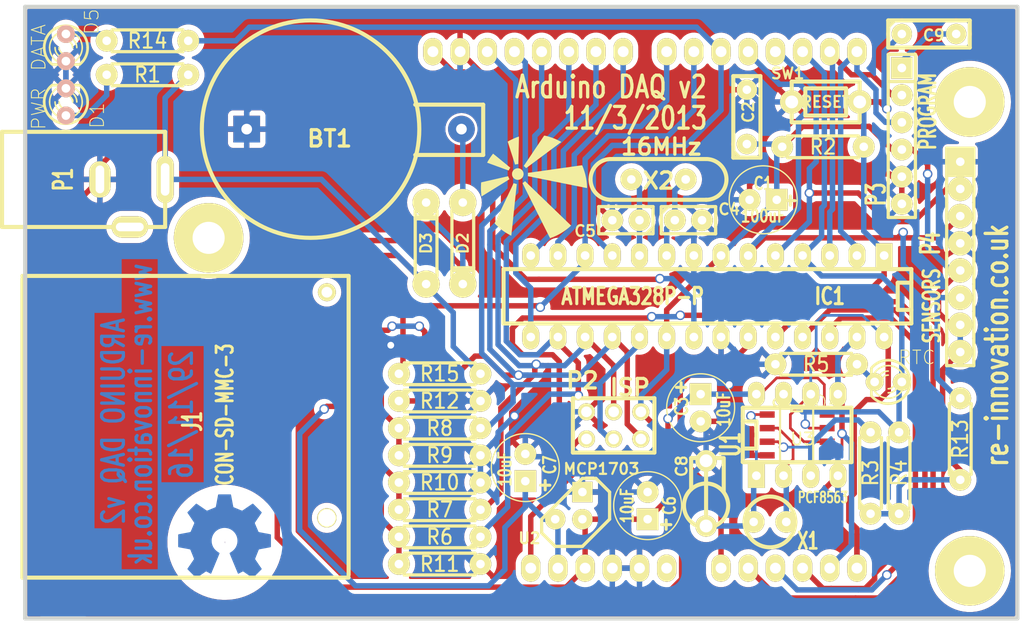
<source format=kicad_pcb>
(kicad_pcb (version 20221018) (generator pcbnew)
  (title_block (date "2 jun 2015"))
  (layers (0 "F.Cu" signal "Front") (31 "B.Cu" signal "Back") (34 "B.Paste" user) (35 "F.Paste" user) (36 "B.SilkS" user "B.Silkscreen") (37 "F.SilkS" user "F.Silkscreen") (38 "B.Mask" user) (39 "F.Mask" user) (44 "Edge.Cuts" user))
  (net 0 "")
  (net 1 "+5V")
  (net 2 "/a0")
  (net 3 "/a1")
  (net 4 "/a2")
  (net 5 "/a3")
  (net 6 "/d7")
  (net 7 "/d8")
  (net 8 "/d9")
  (net 9 "3v3")
  (net 10 "A4")
  (net 11 "A5")
  (net 12 "CD")
  (net 13 "D10")
  (net 14 "D11")
  (net 15 "D12")
  (net 16 "D13")
  (net 17 "D2")
  (net 18 "D3")
  (net 19 "D4")
  (net 20 "D5")
  (net 21 "GND")
  (net 22 "RESET")
  (net 23 "RxD")
  (net 24 "TxD")
  (net 25 "Net-(BT1-Pad1)")
  (net 26 "Net-(C3-Pad1)")
  (net 27 "Net-(C4-Pad1)")
  (net 28 "Net-(C5-Pad1)")
  (net 29 "Net-(C8-Pad1)")
  (net 30 "Net-(C9-Pad2)")
  (net 31 "Net-(D1-Pad1)")
  (net 32 "Net-(D4-Pad2)")
  (net 33 "Net-(D5-Pad1)")
  (net 34 "Net-(IC1-Pad21)")
  (net 35 "Net-(J1-Pad1)")
  (net 36 "Net-(J1-Pad2)")
  (net 37 "Net-(J1-Pad5)")
  (net 38 "Net-(J1-Pad8)")
  (net 39 "Net-(J1-Pad9)")
  (net 40 "Net-(J1-PadWP)")
  (net 41 "Net-(P6-Pad1)")
  (net 42 "Net-(P7-Pad1)")
  (net 43 "Net-(P8-Pad1)")
  (net 44 "Net-(R3-Pad2)")
  (net 45 "Net-(SHIELD1-PadV_IN)")
  (net 46 "Net-(U1-Pad2)")
  (footprint "DIP-8__300_ELL" (layer "F.Cu") (at 178.816 68.58)
    (fp_text reference "U1")
    (fp_text value "PCF8563")
  )
  (footprint "Xtal_small_matt" (layer "F.Cu") (at 165.862 44.704 180)
    (fp_text reference "X2")
    (fp_text value "16MHz")
  )
  (footprint "Xtal_watch_matt" (layer "F.Cu") (at 176.276 76.708 180)
    (fp_text reference "X1")
    (fp_text value "32.27 kHz" hide)
  )
  (footprint "TO92_MC1703_matt" (layer "F.Cu") (at 157.48 75.184 180)
    (fp_text reference "U2")
    (fp_text value "MCP1703")
  )
  (footprint "SW_PUSH_single_pins" (layer "F.Cu") (at 181.483 37.465 180)
    (fp_text reference "SW1")
    (fp_text value "RESET")
  )
  (footprint "SIL-8_lg_pad_2" (layer "F.Cu") (at 194.056 51.943 -90)
    (fp_text reference "P4")
    (fp_text value "SENSORS")
  )
  (footprint "SIL-6_large_pads" (layer "F.Cu") (at 188.595 40.64 -90)
    (fp_text reference "P3")
    (fp_text value "PROGRAM")
  )
  (footprint "R3-LARGE_PADS_0_8_hole" (layer "F.Cu") (at 145.415 75.565 180)
    (fp_text reference "R7")
    (fp_text value "2k2" hide)
  )
  (footprint "R3-LARGE_PADS_0_8_hole" (layer "F.Cu") (at 188.341 72.136 90)
    (fp_text reference "R4")
    (fp_text value "10k" hide)
  )
  (footprint "R3-LARGE_PADS_0_8_hole" (layer "F.Cu") (at 181.229 41.656)
    (fp_text reference "R2")
    (fp_text value "10k" hide)
  )
  (footprint "R3-LARGE_PADS_0_8_hole" (layer "F.Cu") (at 118.11 34.925 180)
    (fp_text reference "R1")
    (fp_text value "1k" hide)
  )
  (footprint "R3-LARGE_PADS_0_8_hole" (layer "F.Cu") (at 145.415 80.645)
    (fp_text reference "R11")
    (fp_text value "3k3" hide)
  )
  (footprint "R3-LARGE_PADS_0_8_hole" (layer "F.Cu") (at 180.594 61.976 180)
    (fp_text reference "R5")
    (fp_text value "330" hide)
  )
  (footprint "R3-LARGE_PADS_0_8_hole" (layer "F.Cu") (at 145.415 78.105 180)
    (fp_text reference "R6")
    (fp_text value "2k2" hide)
  )
  (footprint "R3-LARGE_PADS_0_8_hole" (layer "F.Cu") (at 145.415 67.945 180)
    (fp_text reference "R8")
    (fp_text value "2k2" hide)
  )
  (footprint "R3-LARGE_PADS_0_8_hole" (layer "F.Cu") (at 145.415 70.485)
    (fp_text reference "R9")
    (fp_text value "3k3" hide)
  )
  (footprint "R3-LARGE_PADS_0_8_hole" (layer "F.Cu") (at 145.415 65.405)
    (fp_text reference "R12")
    (fp_text value "100k" hide)
  )
  (footprint "R3-LARGE_PADS_0_8_hole" (layer "F.Cu") (at 194.056 68.961 90)
    (fp_text reference "R13")
    (fp_text value "4k7" hide)
  )
  (footprint "R3-LARGE_PADS_0_8_hole" (layer "F.Cu") (at 118.11 31.75 180)
    (fp_text reference "R14")
    (fp_text value "1k" hide)
  )
  (footprint "R3-LARGE_PADS_0_8_hole" (layer "F.Cu") (at 145.415 73.025)
    (fp_text reference "R10")
    (fp_text value "3k3" hide)
  )
  (footprint "led-LED3MM_matt" (layer "F.Cu") (at 110.49 32.385 -90)
    (fp_text reference "D5")
    (fp_text value "DATA")
  )
  (footprint "led-LED3MM_matt" (layer "F.Cu") (at 187.325 63.627 180)
    (fp_text reference "D4")
    (fp_text value "RTC")
  )
  (footprint "led-LED3MM_matt" (layer "F.Cu") (at 110.49 37.465 90)
    (fp_text reference "D1")
    (fp_text value "PWR")
  )
  (footprint "ISP_3x2" (layer "F.Cu") (at 161.036 67.691 180)
    (fp_text reference "P2")
    (fp_text value "ISP")
  )
  (footprint "DC_Power_2_1" (layer "F.Cu") (at 119.761 44.704 -90)
    (fp_text reference "P1")
    (fp_text value "POWER" hide)
  )
  (footprint "D3_lg_pad" (layer "F.Cu") (at 144.145 50.673 90)
    (fp_text reference "D3")
    (fp_text value "1N4148" hide)
  )
  (footprint "D3_lg_pad" (layer "F.Cu") (at 147.574 50.673 -90)
    (fp_text reference "D2")
    (fp_text value "1N4148" hide)
  )
  (footprint "C1V7_lg_pad_lg_hole" (layer "F.Cu") (at 175.641 46.609 180)
    (fp_text reference "C1")
    (fp_text value "100uF")
  )
  (footprint "C1V7_lg_pad_lg_hole" (layer "F.Cu") (at 169.799 66.04 -90)
    (fp_text reference "C3")
    (fp_text value "10uF")
  )
  (footprint "C1V7_lg_pad_lg_hole" (layer "F.Cu") (at 153.416 71.628 90)
    (fp_text reference "C7")
    (fp_text value "10uF")
  )
  (footprint "C1V7_lg_pad_lg_hole" (layer "F.Cu") (at 164.846 75.184 90)
    (fp_text reference "C6")
    (fp_text value "10uF")
  )
  (footprint "C1_wide_lg_pad_2" (layer "F.Cu") (at 174.117 40.132 90)
    (fp_text reference "C2")
    (fp_text value "100nF" hide)
  )
  (footprint "C1_wide_lg_pad" (layer "F.Cu") (at 189.865 31.115)
    (fp_text reference "C9")
    (fp_text value "100nF" hide)
  )
  (footprint "C1_lg_pad" (layer "F.Cu") (at 168.656 48.514)
    (fp_text reference "C4")
    (fp_text value "22pF" hide)
  )
  (footprint "C1_lg_pad" (layer "F.Cu") (at 162.814 48.514 180)
    (fp_text reference "C5")
    (fp_text value "22pF" hide)
  )
  (footprint "CTrim" (layer "F.Cu") (at 170.307 77.089 90)
    (fp_text reference "C8")
    (fp_text value "CTRIM" hide)
  )
  (footprint "Batt_conn_20mm_thruh" (layer "F.Cu") (at 133.35 40.005 180)
    (fp_text reference "BT1")
    (fp_text value "CR2032 3V BATT" hide)
  )
  (footprint "matts_components:ARDUINO_SHIELD_040pins_no_hole_large_pad_no_outline" (layer "F.Cu") (at 120.904 83.566)
    (fp_text reference "SHIELD1" hide)
    (fp_text value "ARDUINO_SHIELD" hide)
  )
  (footprint "DIP-28__300_ELL" (layer "F.Cu") (at 170.434 55.626 180)
    (fp_text reference "IC1")
    (fp_text value "ATMEGA328P-P")
  )
  (footprint "R3-LARGE_PADS_0_8_hole" (layer "F.Cu") (at 145.415 62.865)
    (fp_text reference "R15")
    (fp_text value "10k" hide)
  )
  (footprint "SD_holder_3M_matt" (layer "F.Cu") (at 136.906 52.705 -90)
    (fp_text reference "J1")
    (fp_text value "CON-SD-MMC-3")
  )
  (footprint "R3-LARGE_PADS_0_8_hole" (layer "F.Cu") (at 185.674 72.136 90)
    (fp_text reference "R3")
    (fp_text value "10k" hide)
  )
  (footprint "1pin_3mmhole" (layer "F.Cu") (at 194.945 37.465)
    (fp_text reference "P6" hide)
    (fp_text value "CONN_1" hide)
  )
  (footprint "1pin_3mmhole" (layer "F.Cu") (at 123.825 50.165)
    (fp_text reference "P7" hide)
    (fp_text value "CONN_1" hide)
  )
  (footprint "1pin_3mmhole" (layer "F.Cu") (at 194.945 81.28)
    (fp_text reference "P8" hide)
    (fp_text value "CONN_1" hide)
  )
  (footprint "OSHW_logo_small_back" (layer "F.Cu") (at 125.349 78.105)
    (fp_text reference "VAL" hide)
    (fp_text value "OSHW_logo_small_back" hide)
  )
  (footprint "reinnovation_logo_15mm" (layer "F.Cu") (at 154.559 46.101)
    (fp_text reference "VAL" hide)
    (fp_text value "reinnovation_logo_15mm" hide)
  )
  (footprint "REInnovationFootprint:SM_SOIC_8" (layer "F.Cu") (at 178.816 69.215 -90)
    (fp_text reference "U3")
    (fp_text value "PCF8563" hide)
  )
  (gr_line (start 199.39 28.575) (end 106.68 28.575) (stroke (width 0.381)) (layer "Edge.Cuts"))
  (gr_line (start 199.39 85.725) (end 199.39 28.575) (stroke (width 0.381)) (layer "Edge.Cuts"))
  (gr_line (start 106.68 85.725) (end 199.39 85.725) (stroke (width 0.381)) (layer "Edge.Cuts"))
  (gr_line (start 106.68 28.575) (end 106.68 85.725) (stroke (width 0.381)) (layer "Edge.Cuts"))
  (gr_text "ARDUINO DAQ v2" (at 114.935 67.31 90) (layer "B.Cu") (effects (font (size 2.032 1.524) (thickness 0.3048)) (justify mirror)))
  (gr_text "29/11/16" (at 121.285 66.675 90) (layer "B.Cu") (effects (font (size 2.032 1.524) (thickness 0.3048)) (justify mirror)))
  (gr_text "www.re-innovation.co.uk" (at 117.475 66.675 90) (layer "B.Cu") (effects (font (size 2.032 1.524) (thickness 0.3048)) (justify mirror)))
  (gr_text "Arduino DAQ v2" (at 161.417 36.068) (layer "F.SilkS") (effects (font (size 2.032 1.524) (thickness 0.3048))))
  (gr_text "re-innovation.co.uk" (at 197.485 60.198 90) (layer "F.SilkS") (effects (font (size 2.032 1.524) (thickness 0.3048))))
  (gr_text "11/3/2013" (at 163.703 38.989) (layer "F.SilkS") (effects (font (size 2.032 1.524) (thickness 0.3048))))
  (segment (start 131.191 77.978) (end 131.191 54.991) (width 0.508) (layer "F.Cu") (net 1))
  (segment (start 165.862 72.136) (end 166.624 72.898) (width 0.508) (layer "F.Cu") (net 1))
  (segment (start 164.211 66.421) (end 165.481 67.691) (width 0.508) (layer "F.Cu") (net 1))
  (segment (start 158.75 76.454) (end 164.846 76.454) (width 0.508) (layer "F.Cu") (net 1))
  (segment (start 166.624 74.676) (end 164.846 76.454) (width 0.508) (layer "F.Cu") (net 1))
  (segment (start 134.493 51.816) (end 141.478 51.816) (width 0.508) (layer "F.Cu") (net 1))
  (segment (start 157.226 82.804) (end 156.337 82.804) (width 0.508) (layer "F.Cu") (net 1))
  (segment (start 177.419 41.656) (end 179.324 39.751) (width 0.508) (layer "F.Cu") (net 1))
  (segment (start 187.071 41.275) (end 187.706 41.91) (width 0.508) (layer "F.Cu") (net 1))
  (segment (start 191.008 44.196) (end 191.008 43.307) (width 0.508) (layer "F.Cu") (net 1))
  (segment (start 159.004 76.708) (end 158.75 76.454) (width 0.508) (layer "F.Cu") (net 1))
  (segment (start 166.624 59.436) (end 166.624 56.896) (width 0.508) (layer "F.Cu") (net 1))
  (segment (start 165.862 68.072) (end 165.862 72.136) (width 0.508) (layer "F.Cu") (net 1))
  (segment (start 192.024 57.15) (end 192.024 55.245) (width 0.508) (layer "F.Cu") (net 1))
  (segment (start 166.624 56.896) (end 171.704 51.816) (width 0.508) (layer "F.Cu") (net 1))
  (segment (start 194.056 58.293) (end 193.167 58.293) (width 0.508) (layer "F.Cu") (net 1))
  (segment (start 141.478 51.816) (end 144.145 54.483) (width 0.508) (layer "F.Cu") (net 1))
  (segment (start 185.547 39.751) (end 187.071 41.275) (width 0.508) (layer "F.Cu") (net 1))
  (segment (start 189.611 41.91) (end 191.008 43.307) (width 0.508) (layer "F.Cu") (net 1))
  (segment (start 192.405 70.231) (end 192.405 62.484) (width 0.508) (layer "F.Cu") (net 1))
  (segment (start 159.004 81.026) (end 157.226 82.804) (width 0.508) (layer "F.Cu") (net 1))
  (segment (start 194.056 71.882) (end 192.405 70.231) (width 0.508) (layer "F.Cu") (net 1))
  (segment (start 194.056 72.771) (end 194.056 71.882) (width 0.508) (layer "F.Cu") (net 1))
  (segment (start 179.324 39.751) (end 185.547 39.751) (width 0.508) (layer "F.Cu") (net 1))
  (segment (start 159.004 81.026) (end 159.004 76.708) (width 0.508) (layer "F.Cu") (net 1))
  (segment (start 156.337 82.804) (end 136.017 82.804) (width 0.508) (layer "F.Cu") (net 1))
  (segment (start 131.191 54.991) (end 133.223 52.959) (width 0.508) (layer "F.Cu") (net 1))
  (segment (start 165.481 67.691) (end 165.862 68.072) (width 0.508) (layer "F.Cu") (net 1))
  (segment (start 188.595 41.91) (end 187.706 41.91) (width 0.508) (layer "F.Cu") (net 1))
  (segment (start 133.223 52.959) (end 133.35 52.959) (width 0.508) (layer "F.Cu") (net 1))
  (segment (start 192.405 62.484) (end 194.056 60.833) (width 0.508) (layer "F.Cu") (net 1))
  (segment (start 136.017 82.804) (end 131.191 77.978) (width 0.508) (layer "F.Cu") (net 1))
  (segment (start 166.624 72.898) (end 166.624 74.676) (width 0.508) (layer "F.Cu") (net 1))
  (segment (start 193.167 58.293) (end 192.024 57.15) (width 0.508) (layer "F.Cu") (net 1))
  (segment (start 187.706 41.91) (end 189.611 41.91) (width 0.508) (layer "F.Cu") (net 1))
  (segment (start 133.35 52.959) (end 134.493 51.816) (width 0.508) (layer "F.Cu") (net 1))
  (segment (start 192.024 55.245) (end 194.056 53.213) (width 0.508) (layer "F.Cu") (net 1))
  (segment (start 187.706 41.91) (end 187.071 41.275) (width 0.508) (layer "F.Cu") (net 1))
  (via (at 191.008 44.196) (size 0.889) (drill 0.635) (layers "F.Cu" "B.Cu") (net 1))
  (segment (start 119.761 37.084) (end 121.92 34.925) (width 0.508) (layer "B.Cu") (net 1))
  (segment (start 120.7135 36.1315) (end 121.92 34.925) (width 0.508) (layer "B.Cu") (net 1))
  (segment (start 176.911 42.164) (end 177.419 41.656) (width 0.508) (layer "B.Cu") (net 1))
  (segment (start 119.761 41.275) (end 119.761 40.64) (width 0.508) (layer "B.Cu") (net 1))
  (segment (start 146.685 60.325) (end 149.225 62.865) (width 0.508) (layer "B.Cu") (net 1))
  (segment (start 119.761 44.704) (end 119.761 37.084) (width 0.508) (layer "B.Cu") (net 1))
  (segment (start 194.056 53.213) (end 193.167 53.213) (width 0.508) (layer "B.Cu") (net 1))
  (segment (start 119.761 40.513) (end 119.761 37.084) (width 0.508) (layer "B.Cu") (net 1))
  (segment (start 171.704 51.816) (end 175.133 48.387) (width 0.508) (layer "B.Cu") (net 1))
  (segment (start 175.133 48.387) (end 176.911 46.609) (width 0.508) (layer "B.Cu") (net 1))
  (segment (start 119.761 37.084) (end 120.7135 36.1315) (width 0.508) (layer "B.Cu") (net 1))
  (segment (start 185.674 75.946) (end 188.341 75.946) (width 0.508) (layer "B.Cu") (net 1))
  (segment (start 119.761 40.767) (end 119.761 40.513) (width 0.508) (layer "B.Cu") (net 1))
  (segment (start 144.145 54.483) (end 144.145 54.61) (width 0.508) (layer "B.Cu") (net 1))
  (segment (start 188.976 72.771) (end 194.056 72.771) (width 0.508) (layer "B.Cu") (net 1))
  (segment (start 193.167 53.213) (end 191.008 51.054) (width 0.508) (layer "B.Cu") (net 1))
  (segment (start 146.685 57.15) (end 146.685 60.325) (width 0.508) (layer "B.Cu") (net 1))
  (segment (start 119.761 44.704) (end 119.761 41.275) (width 0.508) (layer "B.Cu") (net 1))
  (segment (start 174.117 41.402) (end 177.165 41.402) (width 0.508) (layer "B.Cu") (net 1))
  (segment (start 191.008 51.054) (end 191.008 44.196) (width 0.508) (layer "B.Cu") (net 1))
  (segment (start 177.165 41.402) (end 177.419 41.656) (width 0.508) (layer "B.Cu") (net 1))
  (segment (start 176.911 46.609) (end 176.911 42.164) (width 0.508) (layer "B.Cu") (net 1))
  (segment (start 188.341 75.946) (end 188.341 73.406) (width 0.508) (layer "B.Cu") (net 1))
  (segment (start 119.761 44.704) (end 134.366 44.704) (width 0.508) (layer "B.Cu") (net 1))
  (segment (start 188.341 73.406) (end 188.976 72.771) (width 0.508) (layer "B.Cu") (net 1))
  (segment (start 194.056 60.833) (end 194.056 58.293) (width 0.508) (layer "B.Cu") (net 1))
  (segment (start 166.624 62.484) (end 166.624 59.436) (width 0.508) (layer "B.Cu") (net 1))
  (segment (start 164.211 66.421) (end 164.211 64.897) (width 0.508) (layer "B.Cu") (net 1))
  (segment (start 144.145 54.61) (end 146.685 57.15) (width 0.508) (layer "B.Cu") (net 1))
  (segment (start 134.366 44.704) (end 144.145 54.483) (width 0.508) (layer "B.Cu") (net 1))
  (segment (start 164.211 64.897) (end 166.624 62.484) (width 0.508) (layer "B.Cu") (net 1))
  (segment (start 171.45 62.992) (end 168.783 62.992) (width 0.508) (layer "F.Cu") (net 2))
  (segment (start 174.244 60.198) (end 171.45 62.992) (width 0.508) (layer "F.Cu") (net 2))
  (segment (start 167.894 70.739) (end 171.704 74.549) (width 0.508) (layer "F.Cu") (net 2))
  (segment (start 168.783 62.992) (end 167.894 63.881) (width 0.508) (layer "F.Cu") (net 2))
  (segment (start 167.894 63.881) (end 167.894 70.739) (width 0.508) (layer "F.Cu") (net 2))
  (segment (start 171.704 74.549) (end 171.704 81.026) (width 0.508) (layer "F.Cu") (net 2))
  (segment (start 174.244 59.436) (end 174.244 60.198) (width 0.508) (layer "F.Cu") (net 2))
  (segment (start 191.516 59.309) (end 191.516 78.74) (width 0.508) (layer "F.Cu") (net 3))
  (segment (start 188.341 56.134) (end 191.516 59.309) (width 0.508) (layer "F.Cu") (net 3))
  (segment (start 184.277 83.82) (end 177.038 83.82) (width 0.508) (layer "F.Cu") (net 3))
  (segment (start 177.038 83.82) (end 174.244 81.026) (width 0.508) (layer "F.Cu") (net 3))
  (segment (start 176.784 59.436) (end 180.086 56.134) (width 0.508) (layer "F.Cu") (net 3))
  (segment (start 180.086 56.134) (end 188.341 56.134) (width 0.508) (layer "F.Cu") (net 3))
  (segment (start 184.277 83.82) (end 186.436 83.82) (width 0.508) (layer "F.Cu") (net 3))
  (segment (start 186.436 83.82) (end 191.516 78.74) (width 0.508) (layer "F.Cu") (net 3))
  (segment (start 187.96 56.896) (end 190.754 59.69) (width 0.508) (layer "F.Cu") (net 4))
  (segment (start 190.754 59.69) (end 190.754 77.343) (width 0.508) (layer "F.Cu") (net 4))
  (segment (start 190.754 77.343) (end 190.754 78.105) (width 0.508) (layer "F.Cu") (net 4))
  (segment (start 190.754 78.105) (end 187.198 81.661) (width 0.508) (layer "F.Cu") (net 4))
  (segment (start 179.324 59.436) (end 181.864 56.896) (width 0.508) (layer "F.Cu") (net 4))
  (segment (start 181.864 56.896) (end 187.96 56.896) (width 0.508) (layer "F.Cu") (net 4))
  (via (at 187.198 81.661) (size 0.889) (drill 0.635) (layers "F.Cu" "B.Cu") (net 4))
  (segment (start 187.198 81.661) (end 185.801 83.058) (width 0.508) (layer "B.Cu") (net 4))
  (segment (start 185.801 83.058) (end 184.531 83.058) (width 0.508) (layer "B.Cu") (net 4))
  (segment (start 184.531 83.058) (end 178.816 83.058) (width 0.508) (layer "B.Cu") (net 4))
  (segment (start 178.816 83.058) (end 176.784 81.026) (width 0.508) (layer "B.Cu") (net 4))
  (segment (start 181.991 82.931) (end 181.229 82.931) (width 0.508) (layer "F.Cu") (net 5))
  (segment (start 185.166 82.931) (end 186.055 82.042) (width 0.508) (layer "F.Cu") (net 5))
  (segment (start 186.055 82.042) (end 186.055 81.534) (width 0.508) (layer "F.Cu") (net 5))
  (segment (start 186.055 81.534) (end 189.865 77.724) (width 0.508) (layer "F.Cu") (net 5))
  (segment (start 187.579 57.658) (end 189.865 59.944) (width 0.508) (layer "F.Cu") (net 5))
  (segment (start 189.865 59.944) (end 189.865 77.724) (width 0.508) (layer "F.Cu") (net 5))
  (segment (start 181.864 59.436) (end 181.864 58.674) (width 0.508) (layer "F.Cu") (net 5))
  (segment (start 181.991 82.931) (end 185.166 82.931) (width 0.508) (layer "F.Cu") (net 5))
  (segment (start 181.229 82.931) (end 179.324 81.026) (width 0.508) (layer "F.Cu") (net 5))
  (segment (start 181.864 58.674) (end 182.88 57.658) (width 0.508) (layer "F.Cu") (net 5))
  (segment (start 182.88 57.658) (end 187.579 57.658) (width 0.508) (layer "F.Cu") (net 5))
  (segment (start 164.211 39.751) (end 166.624 37.338) (width 0.508) (layer "B.Cu") (net 6))
  (segment (start 156.464 50.546) (end 157.988 49.022) (width 0.508) (layer "B.Cu") (net 6))
  (segment (start 157.988 42.418) (end 160.655 39.751) (width 0.508) (layer "B.Cu") (net 6))
  (segment (start 166.624 37.338) (end 166.624 32.766) (width 0.508) (layer "B.Cu") (net 6))
  (segment (start 157.988 49.022) (end 157.988 42.418) (width 0.508) (layer "B.Cu") (net 6))
  (segment (start 160.655 39.751) (end 164.211 39.751) (width 0.508) (layer "B.Cu") (net 6))
  (segment (start 156.464 51.816) (end 156.464 50.546) (width 0.508) (layer "B.Cu") (net 6))
  (segment (start 153.924 51.816) (end 153.924 51.689) (width 0.508) (layer "B.Cu") (net 7))
  (segment (start 162.56 36.449) (end 162.56 32.766) (width 0.508) (layer "B.Cu") (net 7))
  (segment (start 156.972 48.641) (end 156.972 42.037) (width 0.508) (layer "B.Cu") (net 7))
  (segment (start 156.972 42.037) (end 162.56 36.449) (width 0.508) (layer "B.Cu") (net 7))
  (segment (start 153.924 51.689) (end 156.972 48.641) (width 0.508) (layer "B.Cu") (net 7))
  (segment (start 152.527 50.8) (end 156.083 47.244) (width 0.508) (layer "B.Cu") (net 8))
  (segment (start 160.02 37.719) (end 160.02 32.766) (width 0.508) (layer "B.Cu") (net 8))
  (segment (start 153.924 54.864) (end 152.527 53.467) (width 0.508) (layer "B.Cu") (net 8))
  (segment (start 153.924 59.436) (end 153.924 54.864) (width 0.508) (layer "B.Cu") (net 8))
  (segment (start 156.083 41.656) (end 160.02 37.719) (width 0.508) (layer "B.Cu") (net 8))
  (segment (start 156.083 47.244) (end 156.083 41.656) (width 0.508) (layer "B.Cu") (net 8))
  (segment (start 152.527 53.467) (end 152.527 50.8) (width 0.508) (layer "B.Cu") (net 8))
  (segment (start 134.874 65.913) (end 134.62 66.167) (width 0.508) (layer "F.Cu") (net 9))
  (segment (start 138.176 65.913) (end 134.874 65.913) (width 0.508) (layer "F.Cu") (net 9))
  (via (at 134.62 66.167) (size 0.889) (drill 0.635) (layers "F.Cu" "B.Cu") (net 9))
  (segment (start 153.416 72.898) (end 153.416 75.311) (width 0.508) (layer "B.Cu") (net 9))
  (segment (start 132.334 68.453) (end 134.62 66.167) (width 0.508) (layer "B.Cu") (net 9))
  (segment (start 137.541 82.677) (end 132.334 77.47) (width 0.508) (layer "B.Cu") (net 9))
  (segment (start 153.416 74.676) (end 153.416 72.898) (width 0.508) (layer "B.Cu") (net 9))
  (segment (start 156.464 81.026) (end 156.464 76.708) (width 0.508) (layer "B.Cu") (net 9))
  (segment (start 153.416 75.311) (end 151.511 77.216) (width 0.508) (layer "B.Cu") (net 9))
  (segment (start 151.511 81.153) (end 149.987 82.677) (width 0.508) (layer "B.Cu") (net 9))
  (segment (start 151.511 77.216) (end 151.511 81.153) (width 0.508) (layer "B.Cu") (net 9))
  (segment (start 132.334 77.47) (end 132.334 68.453) (width 0.508) (layer "B.Cu") (net 9))
  (segment (start 149.987 82.677) (end 137.541 82.677) (width 0.508) (layer "B.Cu") (net 9))
  (segment (start 155.194 76.454) (end 153.416 74.676) (width 0.508) (layer "B.Cu") (net 9))
  (segment (start 156.21 76.454) (end 155.194 76.454) (width 0.508) (layer "B.Cu") (net 9))
  (segment (start 156.464 76.708) (end 156.21 76.454) (width 0.508) (layer "B.Cu") (net 9))
  (segment (start 183.007 65.151) (end 182.626 64.77) (width 0.508) (layer "F.Cu") (net 10))
  (segment (start 182.499 70.485) (end 183.007 69.977) (width 0.254) (layer "F.Cu") (net 10))
  (segment (start 183.007 69.977) (end 183.007 68.453) (width 0.254) (layer "F.Cu") (net 10))
  (segment (start 181.616 70.485) (end 182.499 70.485) (width 0.254) (layer "F.Cu") (net 10))
  (segment (start 183.007 68.453) (end 183.007 65.151) (width 0.508) (layer "F.Cu") (net 10))
  (via (at 183.007 68.453) (size 0.889) (drill 0.635) (layers "F.Cu" "B.Cu") (net 10))
  (segment (start 182.626 61.214) (end 184.404 59.436) (width 0.508) (layer "B.Cu") (net 10))
  (segment (start 183.896 78.867) (end 183.896 69.342) (width 0.508) (layer "B.Cu") (net 10))
  (segment (start 181.864 80.899) (end 183.896 78.867) (width 0.508) (layer "B.Cu") (net 10))
  (segment (start 182.626 64.77) (end 182.626 61.722) (width 0.508) (layer "B.Cu") (net 10))
  (segment (start 182.626 64.77) (end 182.626 61.214) (width 0.508) (layer "B.Cu") (net 10))
  (segment (start 182.626 61.214) (end 184.404 59.436) (width 0.508) (layer "B.Cu") (net 10))
  (segment (start 181.864 81.026) (end 181.864 80.899) (width 0.508) (layer "B.Cu") (net 10))
  (segment (start 183.896 69.342) (end 183.007 68.453) (width 0.508) (layer "B.Cu") (net 10))
  (segment (start 179.451 69.215) (end 178.181 67.945) (width 0.254) (layer "F.Cu") (net 11))
  (segment (start 178.181 67.945) (end 178.181 66.675) (width 0.254) (layer "F.Cu") (net 11))
  (segment (start 178.181 66.675) (end 180.086 64.77) (width 0.254) (layer "F.Cu") (net 11))
  (segment (start 184.15 69.596) (end 184.15 70.993) (width 0.508) (layer "F.Cu") (net 11))
  (segment (start 181.616 69.215) (end 179.451 69.215) (width 0.254) (layer "F.Cu") (net 11))
  (segment (start 186.563 65.278) (end 187.325 64.516) (width 0.508) (layer "F.Cu") (net 11))
  (segment (start 184.15 66.421) (end 185.293 65.278) (width 0.508) (layer "F.Cu") (net 11))
  (segment (start 183.642 76.581) (end 183.642 74.549) (width 0.508) (layer "F.Cu") (net 11))
  (segment (start 187.325 59.817) (end 186.944 59.436) (width 0.508) (layer "F.Cu") (net 11))
  (segment (start 183.642 74.549) (end 184.023 74.168) (width 0.508) (layer "F.Cu") (net 11))
  (segment (start 184.15 69.088) (end 184.15 66.421) (width 0.508) (layer "F.Cu") (net 11))
  (segment (start 184.15 74.041) (end 184.023 74.168) (width 0.508) (layer "F.Cu") (net 11))
  (segment (start 185.293 65.278) (end 186.563 65.278) (width 0.508) (layer "F.Cu") (net 11))
  (segment (start 184.404 81.534) (end 184.404 77.851) (width 0.508) (layer "F.Cu") (net 11))
  (segment (start 184.15 69.088) (end 184.15 69.596) (width 0.508) (layer "F.Cu") (net 11))
  (segment (start 184.15 70.993) (end 184.15 74.041) (width 0.508) (layer "F.Cu") (net 11))
  (segment (start 184.404 77.851) (end 184.404 77.343) (width 0.508) (layer "F.Cu") (net 11))
  (segment (start 184.404 81.026) (end 184.404 77.851) (width 0.508) (layer "F.Cu") (net 11))
  (segment (start 184.404 77.343) (end 183.642 76.581) (width 0.508) (layer "F.Cu") (net 11))
  (segment (start 187.325 64.516) (end 187.325 59.817) (width 0.508) (layer "F.Cu") (net 11))
  (segment (start 180.086 61.595) (end 180.594 61.087) (width 0.254) (layer "B.Cu") (net 11))
  (segment (start 180.594 61.087) (end 180.594 58.039) (width 0.254) (layer "B.Cu") (net 11))
  (segment (start 180.594 58.039) (end 181.229 57.404) (width 0.254) (layer "B.Cu") (net 11))
  (segment (start 181.229 57.404) (end 184.912 57.404) (width 0.254) (layer "B.Cu") (net 11))
  (segment (start 184.912 57.404) (end 186.944 59.436) (width 0.254) (layer "B.Cu") (net 11))
  (segment (start 180.086 64.77) (end 180.086 61.595) (width 0.254) (layer "B.Cu") (net 11))
  (segment (start 141.986 56.896) (end 141.605 56.515) (width 0.508) (layer "F.Cu") (net 12))
  (segment (start 154.813 56.642) (end 154.686 56.515) (width 0.508) (layer "F.Cu") (net 12))
  (segment (start 141.986 62.23) (end 141.986 56.896) (width 0.508) (layer "F.Cu") (net 12))
  (segment (start 154.686 56.515) (end 142.24 56.515) (width 0.508) (layer "F.Cu") (net 12))
  (segment (start 140.97 56.515) (end 142.24 56.515) (width 0.508) (layer "F.Cu") (net 12))
  (segment (start 141.605 62.865) (end 141.605 62.611) (width 0.508) (layer "F.Cu") (net 12))
  (segment (start 141.605 62.611) (end 141.986 62.23) (width 0.508) (layer "F.Cu") (net 12))
  (segment (start 142.24 56.515) (end 141.605 56.515) (width 0.508) (layer "F.Cu") (net 12))
  (segment (start 138.176 55.88) (end 140.335 55.88) (width 0.508) (layer "F.Cu") (net 12))
  (segment (start 140.335 55.88) (end 140.97 56.515) (width 0.508) (layer "F.Cu") (net 12))
  (via (at 154.813 56.642) (size 0.889) (drill 0.635) (layers "F.Cu" "B.Cu") (net 12))
  (segment (start 159.004 52.451) (end 154.813 56.642) (width 0.508) (layer "B.Cu") (net 12))
  (segment (start 159.004 51.816) (end 159.004 52.451) (width 0.508) (layer "B.Cu") (net 12))
  (segment (start 169.164 38.227) (end 169.164 32.766) (width 0.508) (layer "B.Cu") (net 12))
  (segment (start 159.004 51.816) (end 159.004 42.799) (width 0.508) (layer "B.Cu") (net 12))
  (segment (start 161.163 40.64) (end 166.751 40.64) (width 0.508) (layer "B.Cu") (net 12))
  (segment (start 166.751 40.64) (end 169.164 38.227) (width 0.508) (layer "B.Cu") (net 12))
  (segment (start 159.004 42.799) (end 161.163 40.64) (width 0.508) (layer "B.Cu") (net 12))
  (segment (start 156.464 59.944) (end 156.464 59.436) (width 0.508) (layer "F.Cu") (net 13))
  (segment (start 158.369 64.897) (end 158.369 61.849) (width 0.508) (layer "F.Cu") (net 13))
  (segment (start 158.369 61.849) (end 156.464 59.944) (width 0.508) (layer "F.Cu") (net 13))
  (via (at 158.369 64.897) (size 0.889) (drill 0.635) (layers "F.Cu" "B.Cu") (net 13))
  (segment (start 151.638 50.546) (end 155.194 46.99) (width 0.508) (layer "B.Cu") (net 13))
  (segment (start 149.225 77.851) (end 151.765 75.311) (width 0.508) (layer "B.Cu") (net 13))
  (segment (start 151.638 59.817) (end 151.638 50.8) (width 0.508) (layer "B.Cu") (net 13))
  (segment (start 151.638 50.8) (end 151.638 50.546) (width 0.508) (layer "B.Cu") (net 13))
  (segment (start 157.48 38.989) (end 157.48 32.766) (width 0.508) (layer "B.Cu") (net 13))
  (segment (start 151.765 68.707) (end 155.702 64.77) (width 0.508) (layer "B.Cu") (net 13))
  (segment (start 156.464 59.436) (end 156.21 59.436) (width 0.508) (layer "B.Cu") (net 13))
  (segment (start 155.702 64.77) (end 158.242 64.77) (width 0.508) (layer "B.Cu") (net 13))
  (segment (start 151.765 75.311) (end 151.765 68.707) (width 0.508) (layer "B.Cu") (net 13))
  (segment (start 154.559 61.087) (end 152.908 61.087) (width 0.508) (layer "B.Cu") (net 13))
  (segment (start 155.194 46.99) (end 155.194 41.275) (width 0.508) (layer "B.Cu") (net 13))
  (segment (start 156.21 59.436) (end 154.559 61.087) (width 0.508) (layer "B.Cu") (net 13))
  (segment (start 158.242 64.77) (end 158.369 64.897) (width 0.508) (layer "B.Cu") (net 13))
  (segment (start 155.194 41.275) (end 157.48 38.989) (width 0.508) (layer "B.Cu") (net 13))
  (segment (start 152.908 61.087) (end 151.638 59.817) (width 0.508) (layer "B.Cu") (net 13))
  (segment (start 149.225 78.105) (end 149.225 77.851) (width 0.508) (layer "B.Cu") (net 13))
  (segment (start 161.671 62.103) (end 160.782 61.214) (width 0.508) (layer "F.Cu") (net 14))
  (segment (start 154.305 62.484) (end 154.305 62.103) (width 0.508) (layer "F.Cu") (net 14))
  (segment (start 149.479 75.565) (end 151.13 73.914) (width 0.508) (layer "F.Cu") (net 14))
  (segment (start 149.225 75.565) (end 149.479 75.565) (width 0.508) (layer "F.Cu") (net 14))
  (segment (start 151.13 73.914) (end 151.13 66.04) (width 0.508) (layer "F.Cu") (net 14))
  (segment (start 154.305 62.865) (end 154.305 62.484) (width 0.508) (layer "F.Cu") (net 14))
  (segment (start 160.782 61.214) (end 159.004 59.436) (width 0.508) (layer "F.Cu") (net 14))
  (segment (start 154.305 62.103) (end 154.432 61.976) (width 0.508) (layer "F.Cu") (net 14))
  (segment (start 151.13 66.04) (end 154.305 62.865) (width 0.508) (layer "F.Cu") (net 14))
  (segment (start 161.671 66.421) (end 161.671 62.103) (width 0.508) (layer "F.Cu") (net 14))
  (segment (start 154.305 62.484) (end 154.305 62.23) (width 0.508) (layer "F.Cu") (net 14))
  (via (at 154.432 61.976) (size 0.889) (drill 0.635) (layers "F.Cu" "B.Cu") (net 14))
  (segment (start 150.87092 50.04308) (end 154.305 46.609) (width 0.508) (layer "B.Cu") (net 14))
  (segment (start 154.305 46.609) (end 154.305 40.64) (width 0.508) (layer "B.Cu") (net 14))
  (segment (start 150.87092 50.8) (end 150.87092 50.04308) (width 0.508) (layer "B.Cu") (net 14))
  (segment (start 159.004 59.436) (end 159.004 60.198) (width 0.508) (layer "B.Cu") (net 14))
  (segment (start 154.94 40.005) (end 154.94 32.766) (width 0.508) (layer "B.Cu") (net 14))
  (segment (start 157.099 62.103) (end 155.067 62.103) (width 0.508) (layer "B.Cu") (net 14))
  (segment (start 150.87092 60.13704) (end 150.87092 50.8) (width 0.508) (layer "B.Cu") (net 14))
  (segment (start 155.067 62.103) (end 152.83688 62.103) (width 0.508) (layer "B.Cu") (net 14))
  (segment (start 154.432 61.976) (end 154.559 62.103) (width 0.508) (layer "B.Cu") (net 14))
  (segment (start 154.305 40.64) (end 154.94 40.005) (width 0.508) (layer "B.Cu") (net 14))
  (segment (start 152.83688 62.103) (end 150.87092 60.13704) (width 0.508) (layer "B.Cu") (net 14))
  (segment (start 154.559 62.103) (end 155.067 62.103) (width 0.508) (layer "B.Cu") (net 14))
  (segment (start 159.004 60.198) (end 157.099 62.103) (width 0.508) (layer "B.Cu") (net 14))
  (segment (start 164.211 68.961) (end 164.211 68.834) (width 0.508) (layer "F.Cu") (net 15))
  (segment (start 144.018 60.325) (end 144.018 58.928) (width 0.508) (layer "F.Cu") (net 15))
  (segment (start 144.018 58.928) (end 143.51 58.42) (width 0.508) (layer "F.Cu") (net 15))
  (segment (start 162.941 67.564) (end 162.941 60.833) (width 0.508) (layer "F.Cu") (net 15))
  (segment (start 138.176 58.801) (end 140.589 58.801) (width 0.508) (layer "F.Cu") (net 15))
  (segment (start 141.605 65.405) (end 143.256 65.405) (width 0.508) (layer "F.Cu") (net 15))
  (segment (start 143.256 65.405) (end 144.018 65.405) (width 0.508) (layer "F.Cu") (net 15))
  (segment (start 151.384 62.992) (end 149.606 61.214) (width 0.508) (layer "F.Cu") (net 15))
  (segment (start 164.211 68.834) (end 162.941 67.564) (width 0.508) (layer "F.Cu") (net 15))
  (segment (start 162.941 60.833) (end 161.544 59.436) (width 0.508) (layer "F.Cu") (net 15))
  (segment (start 144.018 60.325) (end 144.018 65.405) (width 0.508) (layer "F.Cu") (net 15))
  (segment (start 151.384 62.992) (end 152.781 62.992) (width 0.508) (layer "F.Cu") (net 15))
  (segment (start 144.018 65.405) (end 143.764 65.405) (width 0.508) (layer "F.Cu") (net 15))
  (segment (start 144.526 65.405) (end 143.764 65.405) (width 0.508) (layer "F.Cu") (net 15))
  (segment (start 149.606 61.214) (end 148.717 61.214) (width 0.508) (layer "F.Cu") (net 15))
  (segment (start 140.589 58.801) (end 140.97 58.42) (width 0.508) (layer "F.Cu") (net 15))
  (segment (start 148.717 61.214) (end 144.526 65.405) (width 0.508) (layer "F.Cu") (net 15))
  (via (at 143.51 58.42) (size 0.889) (drill 0.635) (layers "F.Cu" "B.Cu") (net 15))
  (via (at 140.97 58.42) (size 0.889) (drill 0.635) (layers "F.Cu" "B.Cu") (net 15))
  (via (at 152.781 62.992) (size 0.889) (drill 0.635) (layers "F.Cu" "B.Cu") (net 15))
  (segment (start 152.781 62.992) (end 153.67 62.992) (width 0.508) (layer "B.Cu") (net 15))
  (segment (start 143.51 58.42) (end 140.97 58.42) (width 0.508) (layer "B.Cu") (net 15))
  (segment (start 150.10384 60.56884) (end 150.10384 50.8) (width 0.508) (layer "B.Cu") (net 15))
  (segment (start 161.544 59.944) (end 158.496 62.992) (width 0.508) (layer "B.Cu") (net 15))
  (segment (start 152.527 62.992) (end 150.10384 60.56884) (width 0.508) (layer "B.Cu") (net 15))
  (segment (start 158.496 62.992) (end 153.67 62.992) (width 0.508) (layer "B.Cu") (net 15))
  (segment (start 153.416 46.228) (end 153.416 33.782) (width 0.508) (layer "B.Cu") (net 15))
  (segment (start 150.10384 50.8) (end 150.10384 49.54016) (width 0.508) (layer "B.Cu") (net 15))
  (segment (start 150.10384 49.54016) (end 153.416 46.228) (width 0.508) (layer "B.Cu") (net 15))
  (segment (start 153.416 33.782) (end 152.4 32.766) (width 0.508) (layer "B.Cu") (net 15))
  (segment (start 153.67 62.992) (end 152.527 62.992) (width 0.508) (layer "B.Cu") (net 15))
  (segment (start 161.544 59.436) (end 161.544 59.944) (width 0.508) (layer "B.Cu") (net 15))
  (segment (start 160.274 63.881) (end 159.385 63.881) (width 0.508) (layer "B.Cu") (net 16))
  (segment (start 149.33676 50.927) (end 149.33676 49.03724) (width 0.508) (layer "B.Cu") (net 16))
  (segment (start 161.671 68.961) (end 161.29 68.961) (width 0.508) (layer "B.Cu") (net 16))
  (segment (start 160.401 64.008) (end 160.274 63.881) (width 0.508) (layer "B.Cu") (net 16))
  (segment (start 149.33676 60.94476) (end 149.33676 50.927) (width 0.508) (layer "B.Cu") (net 16))
  (segment (start 159.385 63.881) (end 152.273 63.881) (width 0.508) (layer "B.Cu") (net 16))
  (segment (start 161.29 68.961) (end 160.401 68.072) (width 0.508) (layer "B.Cu") (net 16))
  (segment (start 152.527 45.847) (end 152.527 35.433) (width 0.508) (layer "B.Cu") (net 16))
  (segment (start 164.084 59.436) (end 164.084 60.071) (width 0.508) (layer "B.Cu") (net 16))
  (segment (start 160.401 68.072) (end 160.401 64.008) (width 0.508) (layer "B.Cu") (net 16))
  (segment (start 152.273 63.881) (end 149.33676 60.94476) (width 0.508) (layer "B.Cu") (net 16))
  (segment (start 164.084 60.071) (end 160.274 63.881) (width 0.508) (layer "B.Cu") (net 16))
  (segment (start 149.225 67.945) (end 149.86 67.945) (width 0.508) (layer "B.Cu") (net 16))
  (segment (start 152.273 65.532) (end 152.273 63.881) (width 0.508) (layer "B.Cu") (net 16))
  (segment (start 149.86 67.945) (end 152.273 65.532) (width 0.508) (layer "B.Cu") (net 16))
  (segment (start 149.33676 49.03724) (end 152.527 45.847) (width 0.508) (layer "B.Cu") (net 16))
  (segment (start 152.527 35.433) (end 149.86 32.766) (width 0.508) (layer "B.Cu") (net 16))
  (segment (start 179.959 67.945) (end 179.578 67.564) (width 0.254) (layer "F.Cu") (net 17))
  (segment (start 181.616 67.945) (end 179.959 67.945) (width 0.254) (layer "F.Cu") (net 17))
  (via (at 179.578 67.564) (size 0.889) (drill 0.635) (layers "F.Cu" "B.Cu") (net 17))
  (segment (start 179.578 67.564) (end 179.578 66.421) (width 0.254) (layer "B.Cu") (net 17))
  (segment (start 179.578 66.421) (end 179.578 66.294) (width 0.254) (layer "B.Cu") (net 17))
  (segment (start 179.578 66.294) (end 179.578 66.421) (width 0.254) (layer "B.Cu") (net 17))
  (segment (start 179.578 66.421) (end 186.436 66.421) (width 0.508) (layer "B.Cu") (net 17))
  (segment (start 177.673 64.77) (end 179.324 66.421) (width 0.508) (layer "B.Cu") (net 17))
  (segment (start 177.546 64.77) (end 177.673 64.77) (width 0.508) (layer "B.Cu") (net 17))
  (segment (start 186.436 66.421) (end 188.341 68.326) (width 0.508) (layer "B.Cu") (net 17))
  (segment (start 188.341 68.326) (end 188.341 63.881) (width 0.508) (layer "B.Cu") (net 17))
  (segment (start 186.69 53.721) (end 188.595 55.626) (width 0.508) (layer "B.Cu") (net 17))
  (segment (start 181.102 50.038) (end 181.102 47.371) (width 0.508) (layer "B.Cu") (net 17))
  (segment (start 179.324 51.816) (end 179.324 51.943) (width 0.508) (layer "B.Cu") (net 17))
  (segment (start 179.324 51.816) (end 181.102 50.038) (width 0.508) (layer "B.Cu") (net 17))
  (segment (start 181.356 34.798) (end 179.324 32.766) (width 0.508) (layer "B.Cu") (net 17))
  (segment (start 181.102 47.371) (end 181.356 47.117) (width 0.508) (layer "B.Cu") (net 17))
  (segment (start 179.324 66.421) (end 179.578 66.421) (width 0.508) (layer "B.Cu") (net 17))
  (segment (start 188.595 55.626) (end 188.595 63.627) (width 0.508) (layer "B.Cu") (net 17))
  (segment (start 181.102 53.721) (end 186.69 53.721) (width 0.508) (layer "B.Cu") (net 17))
  (segment (start 188.341 63.881) (end 188.595 63.627) (width 0.508) (layer "B.Cu") (net 17))
  (segment (start 188.341 63.881) (end 188.595 63.627) (width 0.508) (layer "B.Cu") (net 17))
  (segment (start 181.356 47.117) (end 181.356 34.798) (width 0.508) (layer "B.Cu") (net 17))
  (segment (start 179.324 51.943) (end 181.102 53.721) (width 0.508) (layer "B.Cu") (net 17))
  (segment (start 192.786 45.593) (end 194.056 45.593) (width 0.508) (layer "F.Cu") (net 18))
  (segment (start 187.198 48.641) (end 189.738 48.641) (width 0.508) (layer "F.Cu") (net 18))
  (segment (start 180.594 45.974) (end 179.959 45.974) (width 0.508) (layer "F.Cu") (net 18))
  (segment (start 189.738 48.641) (end 192.786 45.593) (width 0.508) (layer "F.Cu") (net 18))
  (segment (start 184.531 45.974) (end 187.198 48.641) (width 0.508) (layer "F.Cu") (net 18))
  (segment (start 180.594 45.974) (end 184.531 45.974) (width 0.508) (layer "F.Cu") (net 18))
  (via (at 179.959 45.974) (size 0.889) (drill 0.635) (layers "F.Cu" "B.Cu") (net 18))
  (segment (start 179.959 45.974) (end 179.959 43.688) (width 0.508) (layer "B.Cu") (net 18))
  (segment (start 179.959 43.688) (end 180.594 43.053) (width 0.508) (layer "B.Cu") (net 18))
  (segment (start 179.197 49.403) (end 179.959 48.641) (width 0.508) (layer "B.Cu") (net 18))
  (segment (start 180.594 43.053) (end 180.594 36.322) (width 0.508) (layer "B.Cu") (net 18))
  (segment (start 177.038 32.766) (end 176.784 32.766) (width 0.508) (layer "B.Cu") (net 18))
  (segment (start 179.959 48.641) (end 179.959 45.974) (width 0.508) (layer "B.Cu") (net 18))
  (segment (start 180.594 36.322) (end 177.038 32.766) (width 0.508) (layer "B.Cu") (net 18))
  (segment (start 176.784 51.816) (end 179.197 49.403) (width 0.508) (layer "B.Cu") (net 18))
  (segment (start 187.706 50.165) (end 192.024 50.165) (width 0.508) (layer "F.Cu") (net 19))
  (segment (start 174.244 51.689) (end 175.768 50.165) (width 0.508) (layer "F.Cu") (net 19))
  (segment (start 187.706 50.165) (end 188.214 50.165) (width 0.508) (layer "F.Cu") (net 19))
  (segment (start 192.024 50.165) (end 194.056 48.133) (width 0.508) (layer "F.Cu") (net 19))
  (segment (start 188.214 50.165) (end 188.722 49.657) (width 0.508) (layer "F.Cu") (net 19))
  (segment (start 174.244 51.816) (end 174.244 51.689) (width 0.508) (layer "F.Cu") (net 19))
  (segment (start 175.768 50.165) (end 187.706 50.165) (width 0.508) (layer "F.Cu") (net 19))
  (via (at 188.722 49.657) (size 0.889) (drill 0.635) (layers "F.Cu" "B.Cu") (net 19))
  (segment (start 191.77 55.753) (end 188.722 52.705) (width 0.508) (layer "B.Cu") (net 19))
  (segment (start 174.244 51.308) (end 176.784 48.768) (width 0.508) (layer "B.Cu") (net 19))
  (segment (start 179.07 35.814) (end 179.705 36.449) (width 0.508) (layer "B.Cu") (net 19))
  (segment (start 194.056 55.753) (end 191.77 55.753) (width 0.508) (layer "B.Cu") (net 19))
  (segment (start 191.897 63.246) (end 191.897 58.166) (width 0.508) (layer "B.Cu") (net 19))
  (segment (start 176.784 48.768) (end 177.165 48.768) (width 0.508) (layer "B.Cu") (net 19))
  (segment (start 193.802 65.151) (end 191.897 63.246) (width 0.508) (layer "B.Cu") (net 19))
  (segment (start 178.943 39.116) (end 179.8955 38.1635) (width 0.508) (layer "B.Cu") (net 19))
  (segment (start 179.8955 38.1635) (end 179.8955 36.6395) (width 0.508) (layer "B.Cu") (net 19))
  (segment (start 191.897 58.166) (end 191.897 55.753) (width 0.508) (layer "B.Cu") (net 19))
  (segment (start 194.056 65.151) (end 193.802 65.151) (width 0.508) (layer "B.Cu") (net 19))
  (segment (start 191.897 55.753) (end 191.77 55.753) (width 0.508) (layer "B.Cu") (net 19))
  (segment (start 174.244 51.816) (end 174.244 51.308) (width 0.508) (layer "B.Cu") (net 19))
  (segment (start 188.722 52.705) (end 188.722 49.657) (width 0.508) (layer "B.Cu") (net 19))
  (segment (start 174.244 32.766) (end 174.244 32.893) (width 0.508) (layer "B.Cu") (net 19))
  (segment (start 174.244 32.893) (end 177.165 35.814) (width 0.508) (layer "B.Cu") (net 19))
  (segment (start 177.165 48.768) (end 177.419 48.768) (width 0.508) (layer "B.Cu") (net 19))
  (segment (start 178.943 47.371) (end 178.943 39.116) (width 0.508) (layer "B.Cu") (net 19))
  (segment (start 177.165 35.814) (end 179.07 35.814) (width 0.508) (layer "B.Cu") (net 19))
  (segment (start 177.419 48.768) (end 177.546 48.768) (width 0.508) (layer "B.Cu") (net 19))
  (segment (start 177.546 48.768) (end 178.943 47.371) (width 0.508) (layer "B.Cu") (net 19))
  (segment (start 179.8955 36.6395) (end 179.705 36.449) (width 0.508) (layer "B.Cu") (net 19))
  (segment (start 126.365 31.75) (end 127.635 30.48) (width 0.508) (layer "B.Cu") (net 20))
  (segment (start 171.704 38.227) (end 171.704 32.766) (width 0.508) (layer "B.Cu") (net 20))
  (segment (start 161.544 51.689) (end 159.766 49.911) (width 0.508) (layer "B.Cu") (net 20))
  (segment (start 169.418 30.48) (end 171.704 32.766) (width 0.508) (layer "B.Cu") (net 20))
  (segment (start 161.544 41.529) (end 168.402 41.529) (width 0.508) (layer "B.Cu") (net 20))
  (segment (start 161.544 51.816) (end 161.544 51.689) (width 0.508) (layer "B.Cu") (net 20))
  (segment (start 159.766 43.307) (end 161.544 41.529) (width 0.508) (layer "B.Cu") (net 20))
  (segment (start 159.766 49.911) (end 159.766 43.307) (width 0.508) (layer "B.Cu") (net 20))
  (segment (start 127.635 30.48) (end 169.418 30.48) (width 0.508) (layer "B.Cu") (net 20))
  (segment (start 121.92 31.75) (end 126.365 31.75) (width 0.508) (layer "B.Cu") (net 20))
  (segment (start 168.402 41.529) (end 171.704 38.227) (width 0.508) (layer "B.Cu") (net 20))
  (segment (start 172.466 73.279) (end 173.863 74.676) (width 0.508) (layer "F.Cu") (net 21))
  (segment (start 173.863 74.676) (end 180.34 74.676) (width 0.508) (layer "F.Cu") (net 21))
  (segment (start 180.34 74.676) (end 182.626 72.39) (width 0.508) (layer "F.Cu") (net 21))
  (segment (start 172.466 70.485) (end 172.466 73.279) (width 0.508) (layer "F.Cu") (net 21))
  (segment (start 153.416 70.358) (end 153.416 67.818) (width 0.508) (layer "F.Cu") (net 21))
  (segment (start 138.176 61.214) (end 139.827 61.214) (width 0.508) (layer "F.Cu") (net 21))
  (segment (start 133.35 62.23) (end 134.366 61.214) (width 0.508) (layer "F.Cu") (net 21))
  (segment (start 176.016 70.485) (end 172.466 70.485) (width 0.508) (layer "F.Cu") (net 21))
  (segment (start 110.236 52.07) (end 110.236 49.911) (width 0.508) (layer "F.Cu") (net 21))
  (segment (start 174.117 36.322) (end 150.876 36.322) (width 0.508) (layer "F.Cu") (net 21))
  (segment (start 110.49 36.195) (end 108.585 38.1) (width 0.508) (layer "F.Cu") (net 21))
  (segment (start 139.827 61.214) (end 140.843 60.198) (width 0.508) (layer "F.Cu") (net 21))
  (segment (start 171.958 67.31) (end 169.799 67.31) (width 0.508) (layer "F.Cu") (net 21))
  (segment (start 175.387 44.196) (end 187.452 44.196) (width 0.508) (layer "F.Cu") (net 21))
  (segment (start 117.094 40.005) (end 127.381 40.005) (width 0.508) (layer "F.Cu") (net 21))
  (segment (start 108.585 47.498) (end 110.236 49.149) (width 0.508) (layer "F.Cu") (net 21))
  (segment (start 174.371 46.609) (end 174.371 45.212) (width 0.508) (layer "F.Cu") (net 21))
  (segment (start 110.236 49.911) (end 110.236 49.53) (width 0.508) (layer "F.Cu") (net 21))
  (segment (start 108.585 38.1) (end 108.585 47.498) (width 0.508) (layer "F.Cu") (net 21))
  (segment (start 110.236 48.133) (end 113.665 44.704) (width 0.508) (layer "F.Cu") (net 21))
  (segment (start 134.366 61.214) (end 138.176 61.214) (width 0.508) (layer "F.Cu") (net 21))
  (segment (start 153.416 67.818) (end 152.4 66.802) (width 0.508) (layer "F.Cu") (net 21))
  (segment (start 110.236 49.53) (end 110.236 49.149) (width 0.508) (layer "F.Cu") (net 21))
  (segment (start 110.236 83.185) (end 110.236 52.07) (width 0.508) (layer "F.Cu") (net 21))
  (segment (start 110.236 52.07) (end 110.236 48.133) (width 0.508) (layer "F.Cu") (net 21))
  (segment (start 113.665 44.704) (end 113.665 43.434) (width 0.508) (layer "F.Cu") (net 21))
  (segment (start 134.493 68.453) (end 133.35 67.31) (width 0.508) (layer "F.Cu") (net 21))
  (segment (start 110.236 81.915) (end 110.236 51.435) (width 0.508) (layer "F.Cu") (net 21))
  (segment (start 150.876 36.322) (end 147.32 32.766) (width 0.508) (layer "F.Cu") (net 21))
  (segment (start 172.466 66.802) (end 172.466 70.485) (width 0.508) (layer "F.Cu") (net 21))
  (segment (start 133.35 67.31) (end 133.35 62.23) (width 0.508) (layer "F.Cu") (net 21))
  (segment (start 188.595 46.99) (end 188.595 44.45) (width 0.508) (layer "F.Cu") (net 21))
  (segment (start 187.706 44.45) (end 187.452 44.196) (width 0.508) (layer "F.Cu") (net 21))
  (segment (start 110.236 52.07) (end 110.236 49.53) (width 0.508) (layer "F.Cu") (net 21))
  (segment (start 138.176 68.453) (end 134.493 68.453) (width 0.508) (layer "F.Cu") (net 21))
  (segment (start 188.595 44.45) (end 187.706 44.45) (width 0.508) (layer "F.Cu") (net 21))
  (segment (start 172.466 63.881) (end 172.466 66.802) (width 0.508) (layer "F.Cu") (net 21))
  (segment (start 172.466 66.802) (end 171.958 67.31) (width 0.508) (layer "F.Cu") (net 21))
  (segment (start 174.371 45.212) (end 175.387 44.196) (width 0.508) (layer "F.Cu") (net 21))
  (segment (start 113.665 43.434) (end 117.094 40.005) (width 0.508) (layer "F.Cu") (net 21))
  (segment (start 110.236 51.435) (end 110.236 49.911) (width 0.508) (layer "F.Cu") (net 21))
  (via (at 140.843 60.198) (size 0.889) (drill 0.635) (layers "F.Cu" "B.Cu") (net 21))
  (via (at 172.466 63.881) (size 0.889) (drill 0.635) (layers "F.Cu" "B.Cu") (net 21))
  (via (at 152.4 66.802) (size 0.889) (drill 0.635) (layers "F.Cu" "B.Cu") (net 21))
  (segment (start 152.4 66.802) (end 150.876 68.326) (width 0.508) (layer "B.Cu") (net 21))
  (segment (start 174.117 38.989) (end 174.117 36.322) (width 0.508) (layer "B.Cu") (net 21))
  (segment (start 144.526 60.198) (end 146.431 62.103) (width 0.508) (layer "B.Cu") (net 21))
  (segment (start 162.052 42.672) (end 161.544 43.18) (width 0.508) (layer "B.Cu") (net 21))
  (segment (start 127.381 38.354) (end 130.175 35.56) (width 0.508) (layer "B.Cu") (net 21))
  (segment (start 161.544 74.041) (end 161.417 73.914) (width 0.508) (layer "B.Cu") (net 21))
  (segment (start 147.32 79.375) (end 147.32 74.93) (width 0.508) (layer "B.Cu") (net 21))
  (segment (start 147.193 64.643) (end 147.955 65.405) (width 0.508) (layer "B.Cu") (net 21))
  (segment (start 176.149 37.465) (end 178.308 37.465) (width 0.508) (layer "B.Cu") (net 21))
  (segment (start 148.59 80.645) (end 147.32 79.375) (width 0.508) (layer "B.Cu") (net 21))
  (segment (start 127.381 40.005) (end 127.381 38.354) (width 0.508) (layer "B.Cu") (net 21))
  (segment (start 169.545 42.672) (end 170.815 42.672) (width 0.508) (layer "B.Cu") (net 21))
  (segment (start 155.321 70.612) (end 153.67 70.612) (width 0.508) (layer "B.Cu") (net 21))
  (segment (start 158.75 73.914) (end 155.448 70.612) (width 0.508) (layer "B.Cu") (net 21))
  (segment (start 171.831 42.672) (end 171.831 41.275) (width 0.508) (layer "B.Cu") (net 21))
  (segment (start 169.164 51.816) (end 169.164 49.276) (width 0.508) (layer "B.Cu") (net 21))
  (segment (start 148.59 70.485) (end 147.32 69.215) (width 0.508) (layer "B.Cu") (net 21))
  (segment (start 110.49 33.655) (end 110.49 36.195) (width 0.508) (layer "B.Cu") (net 21))
  (segment (start 147.32 65.913) (end 147.32 64.77) (width 0.508) (layer "B.Cu") (net 21))
  (segment (start 193.421 50.673) (end 192.151 49.403) (width 0.508) (layer "B.Cu") (net 21))
  (segment (start 149.225 70.485) (end 148.59 70.485) (width 0.508) (layer "B.Cu") (net 21))
  (segment (start 169.164 49.276) (end 169.926 48.514) (width 0.508) (layer "B.Cu") (net 21))
  (segment (start 169.545 42.672) (end 162.052 42.672) (width 0.508) (layer "B.Cu") (net 21))
  (segment (start 149.225 70.485) (end 149.225 73.025) (width 0.508) (layer "B.Cu") (net 21))
  (segment (start 130.175 35.56) (end 146.685 35.56) (width 0.508) (layer "B.Cu") (net 21))
  (segment (start 155.448 70.612) (end 155.321 70.612) (width 0.508) (layer "B.Cu") (net 21))
  (segment (start 149.225 80.645) (end 148.59 80.645) (width 0.508) (layer "B.Cu") (net 21))
  (segment (start 192.151 49.403) (end 192.151 43.053) (width 0.508) (layer "B.Cu") (net 21))
  (segment (start 147.32 67.31) (end 147.32 65.913) (width 0.508) (layer "B.Cu") (net 21))
  (segment (start 150.876 68.834) (end 149.225 70.485) (width 0.508) (layer "B.Cu") (net 21))
  (segment (start 150.876 68.326) (end 150.876 68.834) (width 0.508) (layer "B.Cu") (net 21))
  (segment (start 147.828 65.405) (end 147.32 65.913) (width 0.508) (layer "B.Cu") (net 21))
  (segment (start 147.32 34.925) (end 147.32 32.766) (width 0.508) (layer "B.Cu") (net 21))
  (segment (start 153.416 68.707) (end 155.702 66.421) (width 0.508) (layer "B.Cu") (net 21))
  (segment (start 188.595 44.323) (end 189.865 43.053) (width 0.508) (layer "B.Cu") (net 21))
  (segment (start 161.544 81.026) (end 164.084 81.026) (width 0.508) (layer "B.Cu") (net 21))
  (segment (start 147.955 65.405) (end 149.225 65.405) (width 0.508) (layer "B.Cu") (net 21))
  (segment (start 174.371 61.976) (end 172.466 63.881) (width 0.508) (layer "B.Cu") (net 21))
  (segment (start 157.734 66.421) (end 157.861 66.421) (width 0.508) (layer "B.Cu") (net 21))
  (segment (start 155.702 66.421) (end 157.734 66.421) (width 0.508) (layer "B.Cu") (net 21))
  (segment (start 153.416 70.358) (end 153.416 68.707) (width 0.508) (layer "B.Cu") (net 21))
  (segment (start 194.056 50.673) (end 193.421 50.673) (width 0.508) (layer "B.Cu") (net 21))
  (segment (start 161.417 73.914) (end 164.846 73.914) (width 0.508) (layer "B.Cu") (net 21))
  (segment (start 192.151 43.053) (end 194.056 43.053) (width 0.508) (layer "B.Cu") (net 21))
  (segment (start 188.595 44.45) (end 188.595 44.323) (width 0.508) (layer "B.Cu") (net 21))
  (segment (start 157.734 66.421) (end 159.131 66.421) (width 0.508) (layer "B.Cu") (net 21))
  (segment (start 164.846 73.279) (end 167.132 70.993) (width 0.508) (layer "B.Cu") (net 21))
  (segment (start 147.32 74.93) (end 149.225 73.025) (width 0.508) (layer "B.Cu") (net 21))
  (segment (start 174.244 61.976) (end 171.704 59.436) (width 0.508) (layer "B.Cu") (net 21))
  (segment (start 110.49 34.29) (end 110.49 36.195) (width 0.508) (layer "B.Cu") (net 21))
  (segment (start 147.32 64.77) (end 147.193 64.643) (width 0.508) (layer "B.Cu") (net 21))
  (segment (start 171.831 41.275) (end 172.0215 41.0845) (width 0.508) (layer "B.Cu") (net 21))
  (segment (start 172.0215 41.0845) (end 174.117 38.989) (width 0.508) (layer "B.Cu") (net 21))
  (segment (start 164.846 73.914) (end 164.846 73.279) (width 0.508) (layer "B.Cu") (net 21))
  (segment (start 153.67 70.612) (end 153.416 70.358) (width 0.508) (layer "B.Cu") (net 21))
  (segment (start 167.132 70.993) (end 170.307 70.993) (width 0.508) (layer "B.Cu") (net 21))
  (segment (start 174.498 61.976) (end 174.244 61.976) (width 0.508) (layer "B.Cu") (net 21))
  (segment (start 171.831 46.609) (end 171.831 42.672) (width 0.508) (layer "B.Cu") (net 21))
  (segment (start 140.843 60.198) (end 144.526 60.198) (width 0.508) (layer "B.Cu") (net 21))
  (segment (start 147.32 69.215) (end 147.32 67.31) (width 0.508) (layer "B.Cu") (net 21))
  (segment (start 189.865 43.053) (end 194.056 43.053) (width 0.508) (layer "B.Cu") (net 21))
  (segment (start 170.815 42.672) (end 171.831 42.672) (width 0.508) (layer "B.Cu") (net 21))
  (segment (start 174.117 36.322) (end 175.006 36.322) (width 0.508) (layer "B.Cu") (net 21))
  (segment (start 146.685 35.56) (end 147.32 34.925) (width 0.508) (layer "B.Cu") (net 21))
  (segment (start 169.926 48.514) (end 171.831 46.609) (width 0.508) (layer "B.Cu") (net 21))
  (segment (start 171.704 59.436) (end 171.704 56.769) (width 0.508) (layer "B.Cu") (net 21))
  (segment (start 169.164 54.229) (end 169.164 51.816) (width 0.508) (layer "B.Cu") (net 21))
  (segment (start 171.704 56.769) (end 169.164 54.229) (width 0.508) (layer "B.Cu") (net 21))
  (segment (start 161.544 81.026) (end 161.544 74.041) (width 0.508) (layer "B.Cu") (net 21))
  (segment (start 176.784 61.976) (end 174.498 61.976) (width 0.508) (layer "B.Cu") (net 21))
  (segment (start 174.371 46.609) (end 171.831 46.609) (width 0.508) (layer "B.Cu") (net 21))
  (segment (start 174.498 61.976) (end 174.371 61.976) (width 0.508) (layer "B.Cu") (net 21))
  (segment (start 170.307 70.993) (end 170.307 67.818) (width 0.508) (layer "B.Cu") (net 21))
  (segment (start 146.431 63.881) (end 147.193 64.643) (width 0.508) (layer "B.Cu") (net 21))
  (segment (start 175.006 36.322) (end 176.149 37.465) (width 0.508) (layer "B.Cu") (net 21))
  (segment (start 161.544 43.18) (end 161.544 48.514) (width 0.508) (layer "B.Cu") (net 21))
  (segment (start 149.225 65.405) (end 147.828 65.405) (width 0.508) (layer "B.Cu") (net 21))
  (segment (start 158.75 73.914) (end 161.417 73.914) (width 0.508) (layer "B.Cu") (net 21))
  (segment (start 170.307 67.818) (end 169.799 67.31) (width 0.508) (layer "B.Cu") (net 21))
  (segment (start 146.431 62.103) (end 146.431 63.881) (width 0.508) (layer "B.Cu") (net 21))
  (segment (start 156.591 68.326) (end 157.861 69.596) (width 0.508) (layer "F.Cu") (net 22))
  (segment (start 153.924 76.2) (end 157.861 72.263) (width 0.508) (layer "F.Cu") (net 22))
  (segment (start 186.944 53.721) (end 185.674 54.991) (width 0.508) (layer "F.Cu") (net 22))
  (segment (start 152.2095 60.1345) (end 153.162 61.087) (width 0.508) (layer "F.Cu") (net 22))
  (segment (start 179.451 54.991) (end 177.038 57.404) (width 0.508) (layer "F.Cu") (net 22))
  (segment (start 158.496 68.961) (end 157.861 69.596) (width 0.508) (layer "F.Cu") (net 22))
  (segment (start 184.785 37.465) (end 186.055 37.465) (width 0.508) (layer "F.Cu") (net 22))
  (segment (start 186.944 51.816) (end 186.944 53.721) (width 0.508) (layer "F.Cu") (net 22))
  (segment (start 185.674 54.991) (end 179.451 54.991) (width 0.508) (layer "F.Cu") (net 22))
  (segment (start 152.2095 58.6105) (end 152.2095 60.1345) (width 0.508) (layer "F.Cu") (net 22))
  (segment (start 177.038 57.404) (end 167.894 57.404) (width 0.508) (layer "F.Cu") (net 22))
  (segment (start 156.591 62.992) (end 156.591 68.326) (width 0.508) (layer "F.Cu") (net 22))
  (segment (start 155.956 61.087) (end 156.591 61.722) (width 0.508) (layer "F.Cu") (net 22))
  (segment (start 153.162 61.087) (end 155.956 61.087) (width 0.508) (layer "F.Cu") (net 22))
  (segment (start 184.658 37.465) (end 186.055 37.465) (width 0.508) (layer "F.Cu") (net 22))
  (segment (start 157.861 72.263) (end 157.861 69.596) (width 0.508) (layer "F.Cu") (net 22))
  (segment (start 153.924 81.026) (end 153.924 76.2) (width 0.508) (layer "F.Cu") (net 22))
  (segment (start 165.1 57.658) (end 153.162 57.658) (width 0.508) (layer "F.Cu") (net 22))
  (segment (start 184.658 37.465) (end 186.563 37.465) (width 0.508) (layer "F.Cu") (net 22))
  (segment (start 159.131 68.961) (end 158.496 68.961) (width 0.508) (layer "F.Cu") (net 22))
  (segment (start 186.563 37.465) (end 187.198 38.1) (width 0.508) (layer "F.Cu") (net 22))
  (segment (start 165.227 57.531) (end 165.1 57.658) (width 0.508) (layer "F.Cu") (net 22))
  (segment (start 156.591 61.722) (end 156.591 62.992) (width 0.508) (layer "F.Cu") (net 22))
  (segment (start 153.162 57.658) (end 152.2095 58.6105) (width 0.508) (layer "F.Cu") (net 22))
  (via (at 165.227 57.531) (size 0.889) (drill 0.635) (layers "F.Cu" "B.Cu") (net 22))
  (via (at 167.894 57.404) (size 0.889) (drill 0.635) (layers "F.Cu" "B.Cu") (net 22))
  (via (at 187.198 38.1) (size 0.889) (drill 0.635) (layers "F.Cu" "B.Cu") (net 22))
  (segment (start 186.944 37.846) (end 186.944 32.766) (width 0.508) (layer "B.Cu") (net 22))
  (segment (start 185.039 37.846) (end 184.658 37.465) (width 0.508) (layer "B.Cu") (net 22))
  (segment (start 186.944 32.766) (end 188.595 31.115) (width 0.508) (layer "B.Cu") (net 22))
  (segment (start 185.039 49.53) (end 185.039 41.656) (width 0.508) (layer "B.Cu") (net 22))
  (segment (start 167.894 57.404) (end 167.767 57.531) (width 0.508) (layer "B.Cu") (net 22))
  (segment (start 185.039 41.656) (end 185.039 37.846) (width 0.508) (layer "B.Cu") (net 22))
  (segment (start 187.198 38.1) (end 186.944 37.846) (width 0.508) (layer "B.Cu") (net 22))
  (segment (start 186.944 51.435) (end 185.039 49.53) (width 0.508) (layer "B.Cu") (net 22))
  (segment (start 186.944 51.816) (end 186.944 51.435) (width 0.508) (layer "B.Cu") (net 22))
  (segment (start 167.767 57.531) (end 165.227 57.531) (width 0.508) (layer "B.Cu") (net 22))
  (segment (start 182.88 34.29) (end 184.404 32.766) (width 0.508) (layer "B.Cu") (net 23))
  (segment (start 182.88 49.53) (end 182.88 34.29) (width 0.508) (layer "B.Cu") (net 23))
  (segment (start 188.595 39.37) (end 187.071 39.37) (width 0.508) (layer "B.Cu") (net 23))
  (segment (start 184.404 51.816) (end 184.404 51.054) (width 0.508) (layer "B.Cu") (net 23))
  (segment (start 186.182 36.322) (end 185.166 35.306) (width 0.508) (layer "B.Cu") (net 23))
  (segment (start 186.182 38.481) (end 186.182 36.322) (width 0.508) (layer "B.Cu") (net 23))
  (segment (start 184.404 51.054) (end 182.88 49.53) (width 0.508) (layer "B.Cu") (net 23))
  (segment (start 184.404 34.544) (end 185.166 35.306) (width 0.508) (layer "B.Cu") (net 23))
  (segment (start 187.071 39.37) (end 186.182 38.481) (width 0.508) (layer "B.Cu") (net 23))
  (segment (start 184.404 32.766) (end 184.404 34.544) (width 0.508) (layer "B.Cu") (net 23))
  (segment (start 183.896 34.925) (end 185.801 34.925) (width 0.508) (layer "F.Cu") (net 24))
  (segment (start 187.706 36.83) (end 185.801 34.925) (width 0.508) (layer "F.Cu") (net 24))
  (segment (start 188.595 36.83) (end 187.706 36.83) (width 0.508) (layer "F.Cu") (net 24))
  (segment (start 181.864 32.893) (end 183.896 34.925) (width 0.508) (layer "F.Cu") (net 24))
  (segment (start 181.864 32.766) (end 181.864 32.893) (width 0.508) (layer "F.Cu") (net 24))
  (segment (start 182.118 47.498) (end 182.118 33.02) (width 0.508) (layer "B.Cu") (net 24))
  (segment (start 182.118 33.02) (end 181.864 32.766) (width 0.508) (layer "B.Cu") (net 24))
  (segment (start 181.864 51.816) (end 181.864 47.752) (width 0.508) (layer "B.Cu") (net 24))
  (segment (start 181.864 47.752) (end 182.118 47.498) (width 0.508) (layer "B.Cu") (net 24))
  (segment (start 147.574 46.863) (end 147.574 40.132) (width 0.508) (layer "B.Cu") (net 25))
  (segment (start 147.574 40.132) (end 147.447 40.005) (width 0.508) (layer "B.Cu") (net 25))
  (segment (start 175.387 64.77) (end 176.911 63.246) (width 0.254) (layer "F.Cu") (net 26))
  (segment (start 176.911 63.246) (end 180.721 63.246) (width 0.254) (layer "F.Cu") (net 26))
  (segment (start 180.721 63.246) (end 181.356 63.881) (width 0.254) (layer "F.Cu") (net 26))
  (segment (start 181.356 63.881) (end 181.356 66.415) (width 0.254) (layer "F.Cu") (net 26))
  (segment (start 181.356 66.415) (end 181.616 66.675) (width 0.254) (layer "F.Cu") (net 26))
  (segment (start 168.021 82.042) (end 166.37 83.693) (width 0.508) (layer "F.Cu") (net 26))
  (segment (start 130.2385 78.1685) (end 130.2385 54.8005) (width 0.508) (layer "F.Cu") (net 26))
  (segment (start 134.62 50.419) (end 145.034 50.419) (width 0.508) (layer "F.Cu") (net 26))
  (segment (start 145.034 50.419) (end 146.685 52.07) (width 0.508) (layer "F.Cu") (net 26))
  (segment (start 166.37 83.693) (end 135.763 83.693) (width 0.508) (layer "F.Cu") (net 26))
  (segment (start 147.32 52.705) (end 147.32 54.229) (width 0.508) (layer "F.Cu") (net 26))
  (segment (start 147.32 54.229) (end 147.574 54.483) (width 0.508) (layer "F.Cu") (net 26))
  (segment (start 146.685 52.07) (end 147.32 52.705) (width 0.508) (layer "F.Cu") (net 26))
  (segment (start 166.751 67.056) (end 166.751 71.628) (width 0.508) (layer "F.Cu") (net 26))
  (segment (start 166.751 71.628) (end 168.021 72.898) (width 0.508) (layer "F.Cu") (net 26))
  (segment (start 168.021 72.898) (end 168.021 82.042) (width 0.508) (layer "F.Cu") (net 26))
  (segment (start 175.006 64.77) (end 175.387 64.77) (width 0.254) (layer "F.Cu") (net 26))
  (segment (start 130.2385 54.8005) (end 134.62 50.419) (width 0.508) (layer "F.Cu") (net 26))
  (segment (start 135.763 83.693) (end 130.2385 78.1685) (width 0.508) (layer "F.Cu") (net 26))
  (via (at 166.751 67.056) (size 0.889) (drill 0.635) (layers "F.Cu" "B.Cu") (net 26))
  (segment (start 144.145 46.863) (end 144.145 47.879) (width 0.508) (layer "B.Cu") (net 26))
  (segment (start 169.037 64.77) (end 166.751 67.056) (width 0.508) (layer "B.Cu") (net 26))
  (segment (start 169.799 64.77) (end 175.006 64.77) (width 0.508) (layer "B.Cu") (net 26))
  (segment (start 147.574 51.308) (end 147.574 54.483) (width 0.508) (layer "B.Cu") (net 26))
  (segment (start 144.145 47.879) (end 147.574 51.308) (width 0.508) (layer "B.Cu") (net 26))
  (segment (start 169.799 64.77) (end 169.037 64.77) (width 0.508) (layer "B.Cu") (net 26))
  (segment (start 166.624 51.816) (end 166.624 49.276) (width 0.508) (layer "B.Cu") (net 27))
  (segment (start 166.624 49.276) (end 167.386 48.514) (width 0.508) (layer "B.Cu") (net 27))
  (segment (start 167.386 45.72) (end 168.402 44.704) (width 0.508) (layer "B.Cu") (net 27))
  (segment (start 167.386 48.514) (end 167.386 45.72) (width 0.508) (layer "B.Cu") (net 27))
  (segment (start 164.084 51.816) (end 164.084 48.514) (width 0.508) (layer "B.Cu") (net 28))
  (segment (start 164.084 48.514) (end 164.084 45.466) (width 0.508) (layer "B.Cu") (net 28))
  (segment (start 164.084 45.466) (end 163.322 44.704) (width 0.508) (layer "B.Cu") (net 28))
  (segment (start 174.625 66.675) (end 174.498 66.802) (width 0.254) (layer "F.Cu") (net 29))
  (segment (start 176.016 66.675) (end 174.625 66.675) (width 0.254) (layer "F.Cu") (net 29))
  (via (at 174.498 66.802) (size 0.889) (drill 0.635) (layers "F.Cu" "B.Cu") (net 29))
  (segment (start 174.498 66.802) (end 175.006 67.31) (width 0.254) (layer "B.Cu") (net 29))
  (segment (start 175.006 67.31) (end 175.006 72.39) (width 0.254) (layer "B.Cu") (net 29))
  (segment (start 174.752 72.644) (end 175.006 72.39) (width 0.508) (layer "B.Cu") (net 29))
  (segment (start 174.371 77.089) (end 174.752 76.708) (width 0.508) (layer "B.Cu") (net 29))
  (segment (start 174.752 76.708) (end 174.752 72.644) (width 0.508) (layer "B.Cu") (net 29))
  (segment (start 170.307 77.089) (end 174.371 77.089) (width 0.508) (layer "B.Cu") (net 29))
  (segment (start 188.595 34.29) (end 188.595 33.655) (width 0.508) (layer "B.Cu") (net 30))
  (segment (start 188.595 33.655) (end 191.135 31.115) (width 0.508) (layer "B.Cu") (net 30))
  (segment (start 191.135 31.115) (end 193.675 31.115) (width 0.508) (layer "B.Cu") (net 30))
  (segment (start 114.3 36.83) (end 114.3 34.925) (width 0.508) (layer "B.Cu") (net 31))
  (segment (start 110.49 38.735) (end 112.395 38.735) (width 0.508) (layer "B.Cu") (net 31))
  (segment (start 112.395 38.735) (end 114.3 36.83) (width 0.508) (layer "B.Cu") (net 31))
  (segment (start 184.404 61.976) (end 186.055 63.627) (width 0.508) (layer "B.Cu") (net 32))
  (segment (start 113.665 31.115) (end 114.3 31.75) (width 0.508) (layer "B.Cu") (net 33))
  (segment (start 110.49 31.115) (end 113.665 31.115) (width 0.508) (layer "B.Cu") (net 33))
  (segment (start 150.368 37.338) (end 147.701 34.671) (width 0.508) (layer "F.Cu") (net 34))
  (segment (start 165.989 53.975) (end 165.9255 54.0385) (width 0.508) (layer "F.Cu") (net 34))
  (segment (start 146.685 34.671) (end 144.78 32.766) (width 0.508) (layer "F.Cu") (net 34))
  (segment (start 147.701 34.671) (end 146.685 34.671) (width 0.508) (layer "F.Cu") (net 34))
  (segment (start 165.9255 54.0385) (end 154.686 54.0385) (width 0.508) (layer "F.Cu") (net 34))
  (segment (start 154.686 54.0385) (end 153.4795 54.0385) (width 0.508) (layer "F.Cu") (net 34))
  (segment (start 150.368 50.927) (end 150.368 37.338) (width 0.508) (layer "F.Cu") (net 34))
  (segment (start 153.4795 54.0385) (end 150.368 50.927) (width 0.508) (layer "F.Cu") (net 34))
  (via (at 165.989 53.975) (size 0.889) (drill 0.635) (layers "F.Cu" "B.Cu") (net 34))
  (segment (start 169.164 59.436) (end 169.164 56.007) (width 0.508) (layer "B.Cu") (net 34))
  (segment (start 167.132 53.975) (end 165.989 53.975) (width 0.508) (layer "B.Cu") (net 34))
  (segment (start 169.164 56.007) (end 167.132 53.975) (width 0.508) (layer "B.Cu") (net 34))
  (segment (start 141.605 80.645) (end 141.605 78.105) (width 0.508) (layer "F.Cu") (net 35))
  (segment (start 139.954 74.803) (end 139.954 76.454) (width 0.508) (layer "F.Cu") (net 35))
  (segment (start 138.176 73.533) (end 138.684 73.533) (width 0.508) (layer "F.Cu") (net 35))
  (segment (start 138.684 73.533) (end 139.573 74.422) (width 0.508) (layer "F.Cu") (net 35))
  (segment (start 138.684 73.533) (end 139.573 74.422) (width 0.508) (layer "F.Cu") (net 35))
  (segment (start 138.684 73.533) (end 139.573 74.422) (width 0.508) (layer "F.Cu") (net 35))
  (segment (start 138.684 73.533) (end 139.573 74.422) (width 0.508) (layer "F.Cu") (net 35))
  (segment (start 138.684 73.533) (end 139.573 74.422) (width 0.508) (layer "F.Cu") (net 35))
  (segment (start 139.573 74.422) (end 139.954 74.803) (width 0.508) (layer "F.Cu") (net 35))
  (segment (start 139.954 76.454) (end 141.605 78.105) (width 0.508) (layer "F.Cu") (net 35))
  (segment (start 139.573 70.993) (end 139.827 71.247) (width 0.508) (layer "F.Cu") (net 36))
  (segment (start 139.573 70.993) (end 141.605 73.025) (width 0.508) (layer "F.Cu") (net 36))
  (segment (start 138.176 70.993) (end 139.573 70.993) (width 0.508) (layer "F.Cu") (net 36))
  (segment (start 139.827 71.247) (end 141.605 73.025) (width 0.508) (layer "F.Cu") (net 36))
  (segment (start 139.573 70.993) (end 139.827 71.247) (width 0.508) (layer "F.Cu") (net 36))
  (segment (start 141.605 75.565) (end 141.605 73.025) (width 0.508) (layer "F.Cu") (net 36))
  (segment (start 139.573 63.754) (end 139.954 64.135) (width 0.508) (layer "F.Cu") (net 37))
  (segment (start 141.605 67.945) (end 141.605 70.485) (width 0.508) (layer "F.Cu") (net 37))
  (segment (start 138.176 63.754) (end 139.573 63.754) (width 0.508) (layer "F.Cu") (net 37))
  (segment (start 139.573 63.754) (end 139.954 64.135) (width 0.508) (layer "F.Cu") (net 37))
  (segment (start 139.954 64.135) (end 139.954 66.294) (width 0.508) (layer "F.Cu") (net 37))
  (segment (start 139.954 64.643) (end 139.954 66.294) (width 0.508) (layer "F.Cu") (net 37))
  (segment (start 141.605 67.945) (end 140.335 66.675) (width 0.508) (layer "F.Cu") (net 37))
  (segment (start 140.335 66.675) (end 139.954 66.294) (width 0.508) (layer "F.Cu") (net 37))
  (segment (start 139.954 66.294) (end 141.605 67.945) (width 0.508) (layer "F.Cu") (net 37))
  (segment (start 139.954 66.294) (end 139.954 64.643) (width 0.508) (layer "F.Cu") (net 37))
  (segment (start 177.038 69.215) (end 177.546 69.723) (width 0.254) (layer "F.Cu") (net 44))
  (segment (start 176.016 69.215) (end 177.038 69.215) (width 0.254) (layer "F.Cu") (net 44))
  (via (at 177.546 69.723) (size 0.889) (drill 0.635) (layers "F.Cu" "B.Cu") (net 44))
  (segment (start 177.546 69.723) (end 179.705 69.723) (width 0.254) (layer "B.Cu") (net 44))
  (segment (start 179.705 69.723) (end 180.086 69.723) (width 0.254) (layer "B.Cu") (net 44))
  (segment (start 180.086 69.723) (end 179.959 69.723) (width 0.254) (layer "B.Cu") (net 44))
  (segment (start 179.959 69.723) (end 180.086 69.723) (width 0.254) (layer "B.Cu") (net 44))
  (segment (start 180.086 69.723) (end 180.086 69.469) (width 0.508) (layer "B.Cu") (net 44))
  (segment (start 184.531 67.183) (end 185.674 68.326) (width 0.508) (layer "B.Cu") (net 44))
  (segment (start 180.086 72.39) (end 180.086 69.723) (width 0.508) (layer "B.Cu") (net 44))
  (segment (start 180.086 69.469) (end 182.372 67.183) (width 0.508) (layer "B.Cu") (net 44))
  (segment (start 182.372 67.183) (end 184.531 67.183) (width 0.508) (layer "B.Cu") (net 44))
  (segment (start 177.546 71.755) (end 178.435 70.866) (width 0.254) (layer "F.Cu") (net 46))
  (segment (start 178.435 70.866) (end 178.435 69.342) (width 0.254) (layer "F.Cu") (net 46))
  (segment (start 178.435 69.342) (end 177.038 67.945) (width 0.254) (layer "F.Cu") (net 46))
  (segment (start 177.038 67.945) (end 176.016 67.945) (width 0.254) (layer "F.Cu") (net 46))
  (segment (start 177.546 72.39) (end 177.546 71.755) (width 0.254) (layer "F.Cu") (net 46))
  (segment (start 177.8 76.708) (end 177.8 72.644) (width 0.508) (layer "B.Cu") (net 46))
  (segment (start 177.8 72.644) (end 177.546 72.39) (width 0.508) (layer "B.Cu") (net 46))
  (zone (net 21) (net_name "GND") (layer "F.Cu") (connect_pads (clearance 0.508)) (min_thickness 0.254) (fill yes (thermal_gap 0.508) (thermal_bridge_width 0.508))
    (polygon (pts (xy 200.025 86.36) (xy 200.025 27.94) (xy 106.045 27.94) (xy 106.045 86.36)))
  )
  (zone (net 21) (net_name "GND") (layer "B.Cu") (connect_pads (clearance 0.508)) (min_thickness 0.254) (fill yes (thermal_gap 0.508) (thermal_bridge_width 0.508))
    (polygon (pts (xy 199.39 85.725) (xy 199.39 28.575) (xy 106.68 28.575) (xy 106.68 85.725)))
  )
)
</source>
